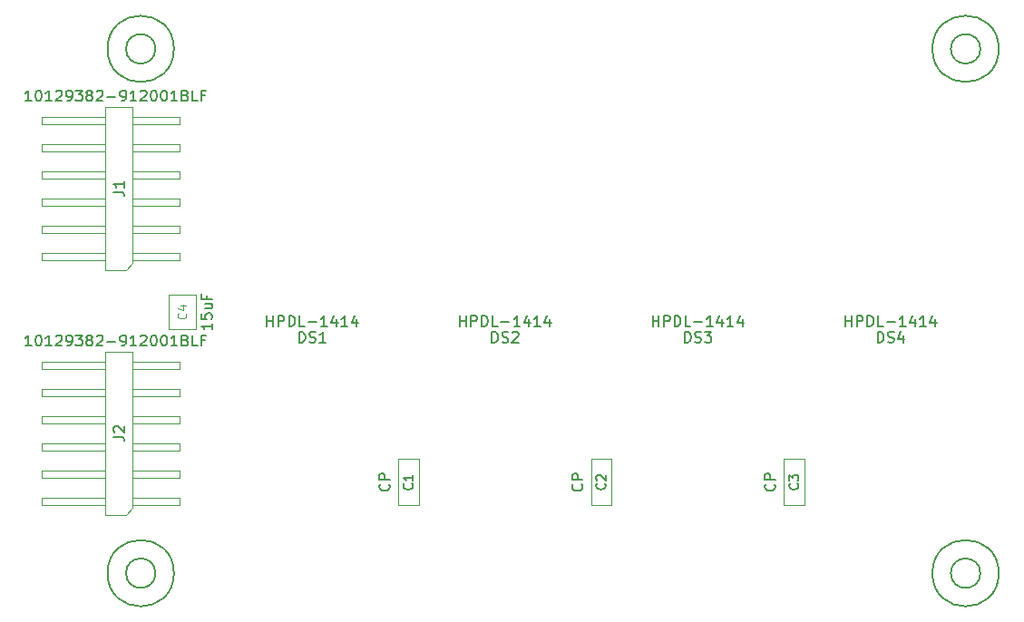
<source format=gbr>
G04 #@! TF.GenerationSoftware,KiCad,Pcbnew,7.0.9*
G04 #@! TF.CreationDate,2024-09-19T22:53:54+02:00*
G04 #@! TF.ProjectId,hpdl_1414_pmod,6870646c-5f31-4343-9134-5f706d6f642e,rev?*
G04 #@! TF.SameCoordinates,Original*
G04 #@! TF.FileFunction,AssemblyDrawing,Top*
%FSLAX46Y46*%
G04 Gerber Fmt 4.6, Leading zero omitted, Abs format (unit mm)*
G04 Created by KiCad (PCBNEW 7.0.9) date 2024-09-19 22:53:54*
%MOMM*%
%LPD*%
G01*
G04 APERTURE LIST*
%ADD10C,0.150000*%
%ADD11C,0.129000*%
%ADD12C,0.120000*%
%ADD13C,0.100000*%
G04 APERTURE END LIST*
D10*
X144659580Y-88190476D02*
X144707200Y-88238095D01*
X144707200Y-88238095D02*
X144754819Y-88380952D01*
X144754819Y-88380952D02*
X144754819Y-88476190D01*
X144754819Y-88476190D02*
X144707200Y-88619047D01*
X144707200Y-88619047D02*
X144611961Y-88714285D01*
X144611961Y-88714285D02*
X144516723Y-88761904D01*
X144516723Y-88761904D02*
X144326247Y-88809523D01*
X144326247Y-88809523D02*
X144183390Y-88809523D01*
X144183390Y-88809523D02*
X143992914Y-88761904D01*
X143992914Y-88761904D02*
X143897676Y-88714285D01*
X143897676Y-88714285D02*
X143802438Y-88619047D01*
X143802438Y-88619047D02*
X143754819Y-88476190D01*
X143754819Y-88476190D02*
X143754819Y-88380952D01*
X143754819Y-88380952D02*
X143802438Y-88238095D01*
X143802438Y-88238095D02*
X143850057Y-88190476D01*
X144754819Y-87761904D02*
X143754819Y-87761904D01*
X143754819Y-87761904D02*
X143754819Y-87380952D01*
X143754819Y-87380952D02*
X143802438Y-87285714D01*
X143802438Y-87285714D02*
X143850057Y-87238095D01*
X143850057Y-87238095D02*
X143945295Y-87190476D01*
X143945295Y-87190476D02*
X144088152Y-87190476D01*
X144088152Y-87190476D02*
X144183390Y-87238095D01*
X144183390Y-87238095D02*
X144231009Y-87285714D01*
X144231009Y-87285714D02*
X144278628Y-87380952D01*
X144278628Y-87380952D02*
X144278628Y-87761904D01*
D11*
X146809240Y-88143333D02*
X146850193Y-88184285D01*
X146850193Y-88184285D02*
X146891145Y-88307143D01*
X146891145Y-88307143D02*
X146891145Y-88389047D01*
X146891145Y-88389047D02*
X146850193Y-88511904D01*
X146850193Y-88511904D02*
X146768288Y-88593809D01*
X146768288Y-88593809D02*
X146686383Y-88634762D01*
X146686383Y-88634762D02*
X146522573Y-88675714D01*
X146522573Y-88675714D02*
X146399716Y-88675714D01*
X146399716Y-88675714D02*
X146235907Y-88634762D01*
X146235907Y-88634762D02*
X146154002Y-88593809D01*
X146154002Y-88593809D02*
X146072097Y-88511904D01*
X146072097Y-88511904D02*
X146031145Y-88389047D01*
X146031145Y-88389047D02*
X146031145Y-88307143D01*
X146031145Y-88307143D02*
X146072097Y-88184285D01*
X146072097Y-88184285D02*
X146113050Y-88143333D01*
X146113050Y-87815714D02*
X146072097Y-87774762D01*
X146072097Y-87774762D02*
X146031145Y-87692857D01*
X146031145Y-87692857D02*
X146031145Y-87488095D01*
X146031145Y-87488095D02*
X146072097Y-87406190D01*
X146072097Y-87406190D02*
X146113050Y-87365238D01*
X146113050Y-87365238D02*
X146194954Y-87324285D01*
X146194954Y-87324285D02*
X146276859Y-87324285D01*
X146276859Y-87324285D02*
X146399716Y-87365238D01*
X146399716Y-87365238D02*
X146891145Y-87856666D01*
X146891145Y-87856666D02*
X146891145Y-87324285D01*
D10*
X133285714Y-73454819D02*
X133285714Y-72454819D01*
X133285714Y-72931009D02*
X133857142Y-72931009D01*
X133857142Y-73454819D02*
X133857142Y-72454819D01*
X134333333Y-73454819D02*
X134333333Y-72454819D01*
X134333333Y-72454819D02*
X134714285Y-72454819D01*
X134714285Y-72454819D02*
X134809523Y-72502438D01*
X134809523Y-72502438D02*
X134857142Y-72550057D01*
X134857142Y-72550057D02*
X134904761Y-72645295D01*
X134904761Y-72645295D02*
X134904761Y-72788152D01*
X134904761Y-72788152D02*
X134857142Y-72883390D01*
X134857142Y-72883390D02*
X134809523Y-72931009D01*
X134809523Y-72931009D02*
X134714285Y-72978628D01*
X134714285Y-72978628D02*
X134333333Y-72978628D01*
X135333333Y-73454819D02*
X135333333Y-72454819D01*
X135333333Y-72454819D02*
X135571428Y-72454819D01*
X135571428Y-72454819D02*
X135714285Y-72502438D01*
X135714285Y-72502438D02*
X135809523Y-72597676D01*
X135809523Y-72597676D02*
X135857142Y-72692914D01*
X135857142Y-72692914D02*
X135904761Y-72883390D01*
X135904761Y-72883390D02*
X135904761Y-73026247D01*
X135904761Y-73026247D02*
X135857142Y-73216723D01*
X135857142Y-73216723D02*
X135809523Y-73311961D01*
X135809523Y-73311961D02*
X135714285Y-73407200D01*
X135714285Y-73407200D02*
X135571428Y-73454819D01*
X135571428Y-73454819D02*
X135333333Y-73454819D01*
X136809523Y-73454819D02*
X136333333Y-73454819D01*
X136333333Y-73454819D02*
X136333333Y-72454819D01*
X137142857Y-73073866D02*
X137904762Y-73073866D01*
X138904761Y-73454819D02*
X138333333Y-73454819D01*
X138619047Y-73454819D02*
X138619047Y-72454819D01*
X138619047Y-72454819D02*
X138523809Y-72597676D01*
X138523809Y-72597676D02*
X138428571Y-72692914D01*
X138428571Y-72692914D02*
X138333333Y-72740533D01*
X139761904Y-72788152D02*
X139761904Y-73454819D01*
X139523809Y-72407200D02*
X139285714Y-73121485D01*
X139285714Y-73121485D02*
X139904761Y-73121485D01*
X140809523Y-73454819D02*
X140238095Y-73454819D01*
X140523809Y-73454819D02*
X140523809Y-72454819D01*
X140523809Y-72454819D02*
X140428571Y-72597676D01*
X140428571Y-72597676D02*
X140333333Y-72692914D01*
X140333333Y-72692914D02*
X140238095Y-72740533D01*
X141666666Y-72788152D02*
X141666666Y-73454819D01*
X141428571Y-72407200D02*
X141190476Y-73121485D01*
X141190476Y-73121485D02*
X141809523Y-73121485D01*
X136285714Y-74954819D02*
X136285714Y-73954819D01*
X136285714Y-73954819D02*
X136523809Y-73954819D01*
X136523809Y-73954819D02*
X136666666Y-74002438D01*
X136666666Y-74002438D02*
X136761904Y-74097676D01*
X136761904Y-74097676D02*
X136809523Y-74192914D01*
X136809523Y-74192914D02*
X136857142Y-74383390D01*
X136857142Y-74383390D02*
X136857142Y-74526247D01*
X136857142Y-74526247D02*
X136809523Y-74716723D01*
X136809523Y-74716723D02*
X136761904Y-74811961D01*
X136761904Y-74811961D02*
X136666666Y-74907200D01*
X136666666Y-74907200D02*
X136523809Y-74954819D01*
X136523809Y-74954819D02*
X136285714Y-74954819D01*
X137238095Y-74907200D02*
X137380952Y-74954819D01*
X137380952Y-74954819D02*
X137619047Y-74954819D01*
X137619047Y-74954819D02*
X137714285Y-74907200D01*
X137714285Y-74907200D02*
X137761904Y-74859580D01*
X137761904Y-74859580D02*
X137809523Y-74764342D01*
X137809523Y-74764342D02*
X137809523Y-74669104D01*
X137809523Y-74669104D02*
X137761904Y-74573866D01*
X137761904Y-74573866D02*
X137714285Y-74526247D01*
X137714285Y-74526247D02*
X137619047Y-74478628D01*
X137619047Y-74478628D02*
X137428571Y-74431009D01*
X137428571Y-74431009D02*
X137333333Y-74383390D01*
X137333333Y-74383390D02*
X137285714Y-74335771D01*
X137285714Y-74335771D02*
X137238095Y-74240533D01*
X137238095Y-74240533D02*
X137238095Y-74145295D01*
X137238095Y-74145295D02*
X137285714Y-74050057D01*
X137285714Y-74050057D02*
X137333333Y-74002438D01*
X137333333Y-74002438D02*
X137428571Y-73954819D01*
X137428571Y-73954819D02*
X137666666Y-73954819D01*
X137666666Y-73954819D02*
X137809523Y-74002438D01*
X138190476Y-74050057D02*
X138238095Y-74002438D01*
X138238095Y-74002438D02*
X138333333Y-73954819D01*
X138333333Y-73954819D02*
X138571428Y-73954819D01*
X138571428Y-73954819D02*
X138666666Y-74002438D01*
X138666666Y-74002438D02*
X138714285Y-74050057D01*
X138714285Y-74050057D02*
X138761904Y-74145295D01*
X138761904Y-74145295D02*
X138761904Y-74240533D01*
X138761904Y-74240533D02*
X138714285Y-74383390D01*
X138714285Y-74383390D02*
X138142857Y-74954819D01*
X138142857Y-74954819D02*
X138761904Y-74954819D01*
X136285714Y-74954819D02*
X136285714Y-73954819D01*
X136285714Y-73954819D02*
X136523809Y-73954819D01*
X136523809Y-73954819D02*
X136666666Y-74002438D01*
X136666666Y-74002438D02*
X136761904Y-74097676D01*
X136761904Y-74097676D02*
X136809523Y-74192914D01*
X136809523Y-74192914D02*
X136857142Y-74383390D01*
X136857142Y-74383390D02*
X136857142Y-74526247D01*
X136857142Y-74526247D02*
X136809523Y-74716723D01*
X136809523Y-74716723D02*
X136761904Y-74811961D01*
X136761904Y-74811961D02*
X136666666Y-74907200D01*
X136666666Y-74907200D02*
X136523809Y-74954819D01*
X136523809Y-74954819D02*
X136285714Y-74954819D01*
X137238095Y-74907200D02*
X137380952Y-74954819D01*
X137380952Y-74954819D02*
X137619047Y-74954819D01*
X137619047Y-74954819D02*
X137714285Y-74907200D01*
X137714285Y-74907200D02*
X137761904Y-74859580D01*
X137761904Y-74859580D02*
X137809523Y-74764342D01*
X137809523Y-74764342D02*
X137809523Y-74669104D01*
X137809523Y-74669104D02*
X137761904Y-74573866D01*
X137761904Y-74573866D02*
X137714285Y-74526247D01*
X137714285Y-74526247D02*
X137619047Y-74478628D01*
X137619047Y-74478628D02*
X137428571Y-74431009D01*
X137428571Y-74431009D02*
X137333333Y-74383390D01*
X137333333Y-74383390D02*
X137285714Y-74335771D01*
X137285714Y-74335771D02*
X137238095Y-74240533D01*
X137238095Y-74240533D02*
X137238095Y-74145295D01*
X137238095Y-74145295D02*
X137285714Y-74050057D01*
X137285714Y-74050057D02*
X137333333Y-74002438D01*
X137333333Y-74002438D02*
X137428571Y-73954819D01*
X137428571Y-73954819D02*
X137666666Y-73954819D01*
X137666666Y-73954819D02*
X137809523Y-74002438D01*
X138190476Y-74050057D02*
X138238095Y-74002438D01*
X138238095Y-74002438D02*
X138333333Y-73954819D01*
X138333333Y-73954819D02*
X138571428Y-73954819D01*
X138571428Y-73954819D02*
X138666666Y-74002438D01*
X138666666Y-74002438D02*
X138714285Y-74050057D01*
X138714285Y-74050057D02*
X138761904Y-74145295D01*
X138761904Y-74145295D02*
X138761904Y-74240533D01*
X138761904Y-74240533D02*
X138714285Y-74383390D01*
X138714285Y-74383390D02*
X138142857Y-74954819D01*
X138142857Y-74954819D02*
X138761904Y-74954819D01*
X151285714Y-73454819D02*
X151285714Y-72454819D01*
X151285714Y-72931009D02*
X151857142Y-72931009D01*
X151857142Y-73454819D02*
X151857142Y-72454819D01*
X152333333Y-73454819D02*
X152333333Y-72454819D01*
X152333333Y-72454819D02*
X152714285Y-72454819D01*
X152714285Y-72454819D02*
X152809523Y-72502438D01*
X152809523Y-72502438D02*
X152857142Y-72550057D01*
X152857142Y-72550057D02*
X152904761Y-72645295D01*
X152904761Y-72645295D02*
X152904761Y-72788152D01*
X152904761Y-72788152D02*
X152857142Y-72883390D01*
X152857142Y-72883390D02*
X152809523Y-72931009D01*
X152809523Y-72931009D02*
X152714285Y-72978628D01*
X152714285Y-72978628D02*
X152333333Y-72978628D01*
X153333333Y-73454819D02*
X153333333Y-72454819D01*
X153333333Y-72454819D02*
X153571428Y-72454819D01*
X153571428Y-72454819D02*
X153714285Y-72502438D01*
X153714285Y-72502438D02*
X153809523Y-72597676D01*
X153809523Y-72597676D02*
X153857142Y-72692914D01*
X153857142Y-72692914D02*
X153904761Y-72883390D01*
X153904761Y-72883390D02*
X153904761Y-73026247D01*
X153904761Y-73026247D02*
X153857142Y-73216723D01*
X153857142Y-73216723D02*
X153809523Y-73311961D01*
X153809523Y-73311961D02*
X153714285Y-73407200D01*
X153714285Y-73407200D02*
X153571428Y-73454819D01*
X153571428Y-73454819D02*
X153333333Y-73454819D01*
X154809523Y-73454819D02*
X154333333Y-73454819D01*
X154333333Y-73454819D02*
X154333333Y-72454819D01*
X155142857Y-73073866D02*
X155904762Y-73073866D01*
X156904761Y-73454819D02*
X156333333Y-73454819D01*
X156619047Y-73454819D02*
X156619047Y-72454819D01*
X156619047Y-72454819D02*
X156523809Y-72597676D01*
X156523809Y-72597676D02*
X156428571Y-72692914D01*
X156428571Y-72692914D02*
X156333333Y-72740533D01*
X157761904Y-72788152D02*
X157761904Y-73454819D01*
X157523809Y-72407200D02*
X157285714Y-73121485D01*
X157285714Y-73121485D02*
X157904761Y-73121485D01*
X158809523Y-73454819D02*
X158238095Y-73454819D01*
X158523809Y-73454819D02*
X158523809Y-72454819D01*
X158523809Y-72454819D02*
X158428571Y-72597676D01*
X158428571Y-72597676D02*
X158333333Y-72692914D01*
X158333333Y-72692914D02*
X158238095Y-72740533D01*
X159666666Y-72788152D02*
X159666666Y-73454819D01*
X159428571Y-72407200D02*
X159190476Y-73121485D01*
X159190476Y-73121485D02*
X159809523Y-73121485D01*
X154285714Y-74954819D02*
X154285714Y-73954819D01*
X154285714Y-73954819D02*
X154523809Y-73954819D01*
X154523809Y-73954819D02*
X154666666Y-74002438D01*
X154666666Y-74002438D02*
X154761904Y-74097676D01*
X154761904Y-74097676D02*
X154809523Y-74192914D01*
X154809523Y-74192914D02*
X154857142Y-74383390D01*
X154857142Y-74383390D02*
X154857142Y-74526247D01*
X154857142Y-74526247D02*
X154809523Y-74716723D01*
X154809523Y-74716723D02*
X154761904Y-74811961D01*
X154761904Y-74811961D02*
X154666666Y-74907200D01*
X154666666Y-74907200D02*
X154523809Y-74954819D01*
X154523809Y-74954819D02*
X154285714Y-74954819D01*
X155238095Y-74907200D02*
X155380952Y-74954819D01*
X155380952Y-74954819D02*
X155619047Y-74954819D01*
X155619047Y-74954819D02*
X155714285Y-74907200D01*
X155714285Y-74907200D02*
X155761904Y-74859580D01*
X155761904Y-74859580D02*
X155809523Y-74764342D01*
X155809523Y-74764342D02*
X155809523Y-74669104D01*
X155809523Y-74669104D02*
X155761904Y-74573866D01*
X155761904Y-74573866D02*
X155714285Y-74526247D01*
X155714285Y-74526247D02*
X155619047Y-74478628D01*
X155619047Y-74478628D02*
X155428571Y-74431009D01*
X155428571Y-74431009D02*
X155333333Y-74383390D01*
X155333333Y-74383390D02*
X155285714Y-74335771D01*
X155285714Y-74335771D02*
X155238095Y-74240533D01*
X155238095Y-74240533D02*
X155238095Y-74145295D01*
X155238095Y-74145295D02*
X155285714Y-74050057D01*
X155285714Y-74050057D02*
X155333333Y-74002438D01*
X155333333Y-74002438D02*
X155428571Y-73954819D01*
X155428571Y-73954819D02*
X155666666Y-73954819D01*
X155666666Y-73954819D02*
X155809523Y-74002438D01*
X156142857Y-73954819D02*
X156761904Y-73954819D01*
X156761904Y-73954819D02*
X156428571Y-74335771D01*
X156428571Y-74335771D02*
X156571428Y-74335771D01*
X156571428Y-74335771D02*
X156666666Y-74383390D01*
X156666666Y-74383390D02*
X156714285Y-74431009D01*
X156714285Y-74431009D02*
X156761904Y-74526247D01*
X156761904Y-74526247D02*
X156761904Y-74764342D01*
X156761904Y-74764342D02*
X156714285Y-74859580D01*
X156714285Y-74859580D02*
X156666666Y-74907200D01*
X156666666Y-74907200D02*
X156571428Y-74954819D01*
X156571428Y-74954819D02*
X156285714Y-74954819D01*
X156285714Y-74954819D02*
X156190476Y-74907200D01*
X156190476Y-74907200D02*
X156142857Y-74859580D01*
X154285714Y-74954819D02*
X154285714Y-73954819D01*
X154285714Y-73954819D02*
X154523809Y-73954819D01*
X154523809Y-73954819D02*
X154666666Y-74002438D01*
X154666666Y-74002438D02*
X154761904Y-74097676D01*
X154761904Y-74097676D02*
X154809523Y-74192914D01*
X154809523Y-74192914D02*
X154857142Y-74383390D01*
X154857142Y-74383390D02*
X154857142Y-74526247D01*
X154857142Y-74526247D02*
X154809523Y-74716723D01*
X154809523Y-74716723D02*
X154761904Y-74811961D01*
X154761904Y-74811961D02*
X154666666Y-74907200D01*
X154666666Y-74907200D02*
X154523809Y-74954819D01*
X154523809Y-74954819D02*
X154285714Y-74954819D01*
X155238095Y-74907200D02*
X155380952Y-74954819D01*
X155380952Y-74954819D02*
X155619047Y-74954819D01*
X155619047Y-74954819D02*
X155714285Y-74907200D01*
X155714285Y-74907200D02*
X155761904Y-74859580D01*
X155761904Y-74859580D02*
X155809523Y-74764342D01*
X155809523Y-74764342D02*
X155809523Y-74669104D01*
X155809523Y-74669104D02*
X155761904Y-74573866D01*
X155761904Y-74573866D02*
X155714285Y-74526247D01*
X155714285Y-74526247D02*
X155619047Y-74478628D01*
X155619047Y-74478628D02*
X155428571Y-74431009D01*
X155428571Y-74431009D02*
X155333333Y-74383390D01*
X155333333Y-74383390D02*
X155285714Y-74335771D01*
X155285714Y-74335771D02*
X155238095Y-74240533D01*
X155238095Y-74240533D02*
X155238095Y-74145295D01*
X155238095Y-74145295D02*
X155285714Y-74050057D01*
X155285714Y-74050057D02*
X155333333Y-74002438D01*
X155333333Y-74002438D02*
X155428571Y-73954819D01*
X155428571Y-73954819D02*
X155666666Y-73954819D01*
X155666666Y-73954819D02*
X155809523Y-74002438D01*
X156142857Y-73954819D02*
X156761904Y-73954819D01*
X156761904Y-73954819D02*
X156428571Y-74335771D01*
X156428571Y-74335771D02*
X156571428Y-74335771D01*
X156571428Y-74335771D02*
X156666666Y-74383390D01*
X156666666Y-74383390D02*
X156714285Y-74431009D01*
X156714285Y-74431009D02*
X156761904Y-74526247D01*
X156761904Y-74526247D02*
X156761904Y-74764342D01*
X156761904Y-74764342D02*
X156714285Y-74859580D01*
X156714285Y-74859580D02*
X156666666Y-74907200D01*
X156666666Y-74907200D02*
X156571428Y-74954819D01*
X156571428Y-74954819D02*
X156285714Y-74954819D01*
X156285714Y-74954819D02*
X156190476Y-74907200D01*
X156190476Y-74907200D02*
X156142857Y-74859580D01*
X115285714Y-73454819D02*
X115285714Y-72454819D01*
X115285714Y-72931009D02*
X115857142Y-72931009D01*
X115857142Y-73454819D02*
X115857142Y-72454819D01*
X116333333Y-73454819D02*
X116333333Y-72454819D01*
X116333333Y-72454819D02*
X116714285Y-72454819D01*
X116714285Y-72454819D02*
X116809523Y-72502438D01*
X116809523Y-72502438D02*
X116857142Y-72550057D01*
X116857142Y-72550057D02*
X116904761Y-72645295D01*
X116904761Y-72645295D02*
X116904761Y-72788152D01*
X116904761Y-72788152D02*
X116857142Y-72883390D01*
X116857142Y-72883390D02*
X116809523Y-72931009D01*
X116809523Y-72931009D02*
X116714285Y-72978628D01*
X116714285Y-72978628D02*
X116333333Y-72978628D01*
X117333333Y-73454819D02*
X117333333Y-72454819D01*
X117333333Y-72454819D02*
X117571428Y-72454819D01*
X117571428Y-72454819D02*
X117714285Y-72502438D01*
X117714285Y-72502438D02*
X117809523Y-72597676D01*
X117809523Y-72597676D02*
X117857142Y-72692914D01*
X117857142Y-72692914D02*
X117904761Y-72883390D01*
X117904761Y-72883390D02*
X117904761Y-73026247D01*
X117904761Y-73026247D02*
X117857142Y-73216723D01*
X117857142Y-73216723D02*
X117809523Y-73311961D01*
X117809523Y-73311961D02*
X117714285Y-73407200D01*
X117714285Y-73407200D02*
X117571428Y-73454819D01*
X117571428Y-73454819D02*
X117333333Y-73454819D01*
X118809523Y-73454819D02*
X118333333Y-73454819D01*
X118333333Y-73454819D02*
X118333333Y-72454819D01*
X119142857Y-73073866D02*
X119904762Y-73073866D01*
X120904761Y-73454819D02*
X120333333Y-73454819D01*
X120619047Y-73454819D02*
X120619047Y-72454819D01*
X120619047Y-72454819D02*
X120523809Y-72597676D01*
X120523809Y-72597676D02*
X120428571Y-72692914D01*
X120428571Y-72692914D02*
X120333333Y-72740533D01*
X121761904Y-72788152D02*
X121761904Y-73454819D01*
X121523809Y-72407200D02*
X121285714Y-73121485D01*
X121285714Y-73121485D02*
X121904761Y-73121485D01*
X122809523Y-73454819D02*
X122238095Y-73454819D01*
X122523809Y-73454819D02*
X122523809Y-72454819D01*
X122523809Y-72454819D02*
X122428571Y-72597676D01*
X122428571Y-72597676D02*
X122333333Y-72692914D01*
X122333333Y-72692914D02*
X122238095Y-72740533D01*
X123666666Y-72788152D02*
X123666666Y-73454819D01*
X123428571Y-72407200D02*
X123190476Y-73121485D01*
X123190476Y-73121485D02*
X123809523Y-73121485D01*
X118285714Y-74954819D02*
X118285714Y-73954819D01*
X118285714Y-73954819D02*
X118523809Y-73954819D01*
X118523809Y-73954819D02*
X118666666Y-74002438D01*
X118666666Y-74002438D02*
X118761904Y-74097676D01*
X118761904Y-74097676D02*
X118809523Y-74192914D01*
X118809523Y-74192914D02*
X118857142Y-74383390D01*
X118857142Y-74383390D02*
X118857142Y-74526247D01*
X118857142Y-74526247D02*
X118809523Y-74716723D01*
X118809523Y-74716723D02*
X118761904Y-74811961D01*
X118761904Y-74811961D02*
X118666666Y-74907200D01*
X118666666Y-74907200D02*
X118523809Y-74954819D01*
X118523809Y-74954819D02*
X118285714Y-74954819D01*
X119238095Y-74907200D02*
X119380952Y-74954819D01*
X119380952Y-74954819D02*
X119619047Y-74954819D01*
X119619047Y-74954819D02*
X119714285Y-74907200D01*
X119714285Y-74907200D02*
X119761904Y-74859580D01*
X119761904Y-74859580D02*
X119809523Y-74764342D01*
X119809523Y-74764342D02*
X119809523Y-74669104D01*
X119809523Y-74669104D02*
X119761904Y-74573866D01*
X119761904Y-74573866D02*
X119714285Y-74526247D01*
X119714285Y-74526247D02*
X119619047Y-74478628D01*
X119619047Y-74478628D02*
X119428571Y-74431009D01*
X119428571Y-74431009D02*
X119333333Y-74383390D01*
X119333333Y-74383390D02*
X119285714Y-74335771D01*
X119285714Y-74335771D02*
X119238095Y-74240533D01*
X119238095Y-74240533D02*
X119238095Y-74145295D01*
X119238095Y-74145295D02*
X119285714Y-74050057D01*
X119285714Y-74050057D02*
X119333333Y-74002438D01*
X119333333Y-74002438D02*
X119428571Y-73954819D01*
X119428571Y-73954819D02*
X119666666Y-73954819D01*
X119666666Y-73954819D02*
X119809523Y-74002438D01*
X120761904Y-74954819D02*
X120190476Y-74954819D01*
X120476190Y-74954819D02*
X120476190Y-73954819D01*
X120476190Y-73954819D02*
X120380952Y-74097676D01*
X120380952Y-74097676D02*
X120285714Y-74192914D01*
X120285714Y-74192914D02*
X120190476Y-74240533D01*
X118285714Y-74954819D02*
X118285714Y-73954819D01*
X118285714Y-73954819D02*
X118523809Y-73954819D01*
X118523809Y-73954819D02*
X118666666Y-74002438D01*
X118666666Y-74002438D02*
X118761904Y-74097676D01*
X118761904Y-74097676D02*
X118809523Y-74192914D01*
X118809523Y-74192914D02*
X118857142Y-74383390D01*
X118857142Y-74383390D02*
X118857142Y-74526247D01*
X118857142Y-74526247D02*
X118809523Y-74716723D01*
X118809523Y-74716723D02*
X118761904Y-74811961D01*
X118761904Y-74811961D02*
X118666666Y-74907200D01*
X118666666Y-74907200D02*
X118523809Y-74954819D01*
X118523809Y-74954819D02*
X118285714Y-74954819D01*
X119238095Y-74907200D02*
X119380952Y-74954819D01*
X119380952Y-74954819D02*
X119619047Y-74954819D01*
X119619047Y-74954819D02*
X119714285Y-74907200D01*
X119714285Y-74907200D02*
X119761904Y-74859580D01*
X119761904Y-74859580D02*
X119809523Y-74764342D01*
X119809523Y-74764342D02*
X119809523Y-74669104D01*
X119809523Y-74669104D02*
X119761904Y-74573866D01*
X119761904Y-74573866D02*
X119714285Y-74526247D01*
X119714285Y-74526247D02*
X119619047Y-74478628D01*
X119619047Y-74478628D02*
X119428571Y-74431009D01*
X119428571Y-74431009D02*
X119333333Y-74383390D01*
X119333333Y-74383390D02*
X119285714Y-74335771D01*
X119285714Y-74335771D02*
X119238095Y-74240533D01*
X119238095Y-74240533D02*
X119238095Y-74145295D01*
X119238095Y-74145295D02*
X119285714Y-74050057D01*
X119285714Y-74050057D02*
X119333333Y-74002438D01*
X119333333Y-74002438D02*
X119428571Y-73954819D01*
X119428571Y-73954819D02*
X119666666Y-73954819D01*
X119666666Y-73954819D02*
X119809523Y-74002438D01*
X120761904Y-74954819D02*
X120190476Y-74954819D01*
X120476190Y-74954819D02*
X120476190Y-73954819D01*
X120476190Y-73954819D02*
X120380952Y-74097676D01*
X120380952Y-74097676D02*
X120285714Y-74192914D01*
X120285714Y-74192914D02*
X120190476Y-74240533D01*
X169285714Y-73454819D02*
X169285714Y-72454819D01*
X169285714Y-72931009D02*
X169857142Y-72931009D01*
X169857142Y-73454819D02*
X169857142Y-72454819D01*
X170333333Y-73454819D02*
X170333333Y-72454819D01*
X170333333Y-72454819D02*
X170714285Y-72454819D01*
X170714285Y-72454819D02*
X170809523Y-72502438D01*
X170809523Y-72502438D02*
X170857142Y-72550057D01*
X170857142Y-72550057D02*
X170904761Y-72645295D01*
X170904761Y-72645295D02*
X170904761Y-72788152D01*
X170904761Y-72788152D02*
X170857142Y-72883390D01*
X170857142Y-72883390D02*
X170809523Y-72931009D01*
X170809523Y-72931009D02*
X170714285Y-72978628D01*
X170714285Y-72978628D02*
X170333333Y-72978628D01*
X171333333Y-73454819D02*
X171333333Y-72454819D01*
X171333333Y-72454819D02*
X171571428Y-72454819D01*
X171571428Y-72454819D02*
X171714285Y-72502438D01*
X171714285Y-72502438D02*
X171809523Y-72597676D01*
X171809523Y-72597676D02*
X171857142Y-72692914D01*
X171857142Y-72692914D02*
X171904761Y-72883390D01*
X171904761Y-72883390D02*
X171904761Y-73026247D01*
X171904761Y-73026247D02*
X171857142Y-73216723D01*
X171857142Y-73216723D02*
X171809523Y-73311961D01*
X171809523Y-73311961D02*
X171714285Y-73407200D01*
X171714285Y-73407200D02*
X171571428Y-73454819D01*
X171571428Y-73454819D02*
X171333333Y-73454819D01*
X172809523Y-73454819D02*
X172333333Y-73454819D01*
X172333333Y-73454819D02*
X172333333Y-72454819D01*
X173142857Y-73073866D02*
X173904762Y-73073866D01*
X174904761Y-73454819D02*
X174333333Y-73454819D01*
X174619047Y-73454819D02*
X174619047Y-72454819D01*
X174619047Y-72454819D02*
X174523809Y-72597676D01*
X174523809Y-72597676D02*
X174428571Y-72692914D01*
X174428571Y-72692914D02*
X174333333Y-72740533D01*
X175761904Y-72788152D02*
X175761904Y-73454819D01*
X175523809Y-72407200D02*
X175285714Y-73121485D01*
X175285714Y-73121485D02*
X175904761Y-73121485D01*
X176809523Y-73454819D02*
X176238095Y-73454819D01*
X176523809Y-73454819D02*
X176523809Y-72454819D01*
X176523809Y-72454819D02*
X176428571Y-72597676D01*
X176428571Y-72597676D02*
X176333333Y-72692914D01*
X176333333Y-72692914D02*
X176238095Y-72740533D01*
X177666666Y-72788152D02*
X177666666Y-73454819D01*
X177428571Y-72407200D02*
X177190476Y-73121485D01*
X177190476Y-73121485D02*
X177809523Y-73121485D01*
X172285714Y-74954819D02*
X172285714Y-73954819D01*
X172285714Y-73954819D02*
X172523809Y-73954819D01*
X172523809Y-73954819D02*
X172666666Y-74002438D01*
X172666666Y-74002438D02*
X172761904Y-74097676D01*
X172761904Y-74097676D02*
X172809523Y-74192914D01*
X172809523Y-74192914D02*
X172857142Y-74383390D01*
X172857142Y-74383390D02*
X172857142Y-74526247D01*
X172857142Y-74526247D02*
X172809523Y-74716723D01*
X172809523Y-74716723D02*
X172761904Y-74811961D01*
X172761904Y-74811961D02*
X172666666Y-74907200D01*
X172666666Y-74907200D02*
X172523809Y-74954819D01*
X172523809Y-74954819D02*
X172285714Y-74954819D01*
X173238095Y-74907200D02*
X173380952Y-74954819D01*
X173380952Y-74954819D02*
X173619047Y-74954819D01*
X173619047Y-74954819D02*
X173714285Y-74907200D01*
X173714285Y-74907200D02*
X173761904Y-74859580D01*
X173761904Y-74859580D02*
X173809523Y-74764342D01*
X173809523Y-74764342D02*
X173809523Y-74669104D01*
X173809523Y-74669104D02*
X173761904Y-74573866D01*
X173761904Y-74573866D02*
X173714285Y-74526247D01*
X173714285Y-74526247D02*
X173619047Y-74478628D01*
X173619047Y-74478628D02*
X173428571Y-74431009D01*
X173428571Y-74431009D02*
X173333333Y-74383390D01*
X173333333Y-74383390D02*
X173285714Y-74335771D01*
X173285714Y-74335771D02*
X173238095Y-74240533D01*
X173238095Y-74240533D02*
X173238095Y-74145295D01*
X173238095Y-74145295D02*
X173285714Y-74050057D01*
X173285714Y-74050057D02*
X173333333Y-74002438D01*
X173333333Y-74002438D02*
X173428571Y-73954819D01*
X173428571Y-73954819D02*
X173666666Y-73954819D01*
X173666666Y-73954819D02*
X173809523Y-74002438D01*
X174666666Y-74288152D02*
X174666666Y-74954819D01*
X174428571Y-73907200D02*
X174190476Y-74621485D01*
X174190476Y-74621485D02*
X174809523Y-74621485D01*
X172285714Y-74954819D02*
X172285714Y-73954819D01*
X172285714Y-73954819D02*
X172523809Y-73954819D01*
X172523809Y-73954819D02*
X172666666Y-74002438D01*
X172666666Y-74002438D02*
X172761904Y-74097676D01*
X172761904Y-74097676D02*
X172809523Y-74192914D01*
X172809523Y-74192914D02*
X172857142Y-74383390D01*
X172857142Y-74383390D02*
X172857142Y-74526247D01*
X172857142Y-74526247D02*
X172809523Y-74716723D01*
X172809523Y-74716723D02*
X172761904Y-74811961D01*
X172761904Y-74811961D02*
X172666666Y-74907200D01*
X172666666Y-74907200D02*
X172523809Y-74954819D01*
X172523809Y-74954819D02*
X172285714Y-74954819D01*
X173238095Y-74907200D02*
X173380952Y-74954819D01*
X173380952Y-74954819D02*
X173619047Y-74954819D01*
X173619047Y-74954819D02*
X173714285Y-74907200D01*
X173714285Y-74907200D02*
X173761904Y-74859580D01*
X173761904Y-74859580D02*
X173809523Y-74764342D01*
X173809523Y-74764342D02*
X173809523Y-74669104D01*
X173809523Y-74669104D02*
X173761904Y-74573866D01*
X173761904Y-74573866D02*
X173714285Y-74526247D01*
X173714285Y-74526247D02*
X173619047Y-74478628D01*
X173619047Y-74478628D02*
X173428571Y-74431009D01*
X173428571Y-74431009D02*
X173333333Y-74383390D01*
X173333333Y-74383390D02*
X173285714Y-74335771D01*
X173285714Y-74335771D02*
X173238095Y-74240533D01*
X173238095Y-74240533D02*
X173238095Y-74145295D01*
X173238095Y-74145295D02*
X173285714Y-74050057D01*
X173285714Y-74050057D02*
X173333333Y-74002438D01*
X173333333Y-74002438D02*
X173428571Y-73954819D01*
X173428571Y-73954819D02*
X173666666Y-73954819D01*
X173666666Y-73954819D02*
X173809523Y-74002438D01*
X174666666Y-74288152D02*
X174666666Y-74954819D01*
X174428571Y-73907200D02*
X174190476Y-74621485D01*
X174190476Y-74621485D02*
X174809523Y-74621485D01*
X93287856Y-75264819D02*
X92716428Y-75264819D01*
X93002142Y-75264819D02*
X93002142Y-74264819D01*
X93002142Y-74264819D02*
X92906904Y-74407676D01*
X92906904Y-74407676D02*
X92811666Y-74502914D01*
X92811666Y-74502914D02*
X92716428Y-74550533D01*
X93906904Y-74264819D02*
X94002142Y-74264819D01*
X94002142Y-74264819D02*
X94097380Y-74312438D01*
X94097380Y-74312438D02*
X94144999Y-74360057D01*
X94144999Y-74360057D02*
X94192618Y-74455295D01*
X94192618Y-74455295D02*
X94240237Y-74645771D01*
X94240237Y-74645771D02*
X94240237Y-74883866D01*
X94240237Y-74883866D02*
X94192618Y-75074342D01*
X94192618Y-75074342D02*
X94144999Y-75169580D01*
X94144999Y-75169580D02*
X94097380Y-75217200D01*
X94097380Y-75217200D02*
X94002142Y-75264819D01*
X94002142Y-75264819D02*
X93906904Y-75264819D01*
X93906904Y-75264819D02*
X93811666Y-75217200D01*
X93811666Y-75217200D02*
X93764047Y-75169580D01*
X93764047Y-75169580D02*
X93716428Y-75074342D01*
X93716428Y-75074342D02*
X93668809Y-74883866D01*
X93668809Y-74883866D02*
X93668809Y-74645771D01*
X93668809Y-74645771D02*
X93716428Y-74455295D01*
X93716428Y-74455295D02*
X93764047Y-74360057D01*
X93764047Y-74360057D02*
X93811666Y-74312438D01*
X93811666Y-74312438D02*
X93906904Y-74264819D01*
X95192618Y-75264819D02*
X94621190Y-75264819D01*
X94906904Y-75264819D02*
X94906904Y-74264819D01*
X94906904Y-74264819D02*
X94811666Y-74407676D01*
X94811666Y-74407676D02*
X94716428Y-74502914D01*
X94716428Y-74502914D02*
X94621190Y-74550533D01*
X95573571Y-74360057D02*
X95621190Y-74312438D01*
X95621190Y-74312438D02*
X95716428Y-74264819D01*
X95716428Y-74264819D02*
X95954523Y-74264819D01*
X95954523Y-74264819D02*
X96049761Y-74312438D01*
X96049761Y-74312438D02*
X96097380Y-74360057D01*
X96097380Y-74360057D02*
X96144999Y-74455295D01*
X96144999Y-74455295D02*
X96144999Y-74550533D01*
X96144999Y-74550533D02*
X96097380Y-74693390D01*
X96097380Y-74693390D02*
X95525952Y-75264819D01*
X95525952Y-75264819D02*
X96144999Y-75264819D01*
X96621190Y-75264819D02*
X96811666Y-75264819D01*
X96811666Y-75264819D02*
X96906904Y-75217200D01*
X96906904Y-75217200D02*
X96954523Y-75169580D01*
X96954523Y-75169580D02*
X97049761Y-75026723D01*
X97049761Y-75026723D02*
X97097380Y-74836247D01*
X97097380Y-74836247D02*
X97097380Y-74455295D01*
X97097380Y-74455295D02*
X97049761Y-74360057D01*
X97049761Y-74360057D02*
X97002142Y-74312438D01*
X97002142Y-74312438D02*
X96906904Y-74264819D01*
X96906904Y-74264819D02*
X96716428Y-74264819D01*
X96716428Y-74264819D02*
X96621190Y-74312438D01*
X96621190Y-74312438D02*
X96573571Y-74360057D01*
X96573571Y-74360057D02*
X96525952Y-74455295D01*
X96525952Y-74455295D02*
X96525952Y-74693390D01*
X96525952Y-74693390D02*
X96573571Y-74788628D01*
X96573571Y-74788628D02*
X96621190Y-74836247D01*
X96621190Y-74836247D02*
X96716428Y-74883866D01*
X96716428Y-74883866D02*
X96906904Y-74883866D01*
X96906904Y-74883866D02*
X97002142Y-74836247D01*
X97002142Y-74836247D02*
X97049761Y-74788628D01*
X97049761Y-74788628D02*
X97097380Y-74693390D01*
X97430714Y-74264819D02*
X98049761Y-74264819D01*
X98049761Y-74264819D02*
X97716428Y-74645771D01*
X97716428Y-74645771D02*
X97859285Y-74645771D01*
X97859285Y-74645771D02*
X97954523Y-74693390D01*
X97954523Y-74693390D02*
X98002142Y-74741009D01*
X98002142Y-74741009D02*
X98049761Y-74836247D01*
X98049761Y-74836247D02*
X98049761Y-75074342D01*
X98049761Y-75074342D02*
X98002142Y-75169580D01*
X98002142Y-75169580D02*
X97954523Y-75217200D01*
X97954523Y-75217200D02*
X97859285Y-75264819D01*
X97859285Y-75264819D02*
X97573571Y-75264819D01*
X97573571Y-75264819D02*
X97478333Y-75217200D01*
X97478333Y-75217200D02*
X97430714Y-75169580D01*
X98621190Y-74693390D02*
X98525952Y-74645771D01*
X98525952Y-74645771D02*
X98478333Y-74598152D01*
X98478333Y-74598152D02*
X98430714Y-74502914D01*
X98430714Y-74502914D02*
X98430714Y-74455295D01*
X98430714Y-74455295D02*
X98478333Y-74360057D01*
X98478333Y-74360057D02*
X98525952Y-74312438D01*
X98525952Y-74312438D02*
X98621190Y-74264819D01*
X98621190Y-74264819D02*
X98811666Y-74264819D01*
X98811666Y-74264819D02*
X98906904Y-74312438D01*
X98906904Y-74312438D02*
X98954523Y-74360057D01*
X98954523Y-74360057D02*
X99002142Y-74455295D01*
X99002142Y-74455295D02*
X99002142Y-74502914D01*
X99002142Y-74502914D02*
X98954523Y-74598152D01*
X98954523Y-74598152D02*
X98906904Y-74645771D01*
X98906904Y-74645771D02*
X98811666Y-74693390D01*
X98811666Y-74693390D02*
X98621190Y-74693390D01*
X98621190Y-74693390D02*
X98525952Y-74741009D01*
X98525952Y-74741009D02*
X98478333Y-74788628D01*
X98478333Y-74788628D02*
X98430714Y-74883866D01*
X98430714Y-74883866D02*
X98430714Y-75074342D01*
X98430714Y-75074342D02*
X98478333Y-75169580D01*
X98478333Y-75169580D02*
X98525952Y-75217200D01*
X98525952Y-75217200D02*
X98621190Y-75264819D01*
X98621190Y-75264819D02*
X98811666Y-75264819D01*
X98811666Y-75264819D02*
X98906904Y-75217200D01*
X98906904Y-75217200D02*
X98954523Y-75169580D01*
X98954523Y-75169580D02*
X99002142Y-75074342D01*
X99002142Y-75074342D02*
X99002142Y-74883866D01*
X99002142Y-74883866D02*
X98954523Y-74788628D01*
X98954523Y-74788628D02*
X98906904Y-74741009D01*
X98906904Y-74741009D02*
X98811666Y-74693390D01*
X99383095Y-74360057D02*
X99430714Y-74312438D01*
X99430714Y-74312438D02*
X99525952Y-74264819D01*
X99525952Y-74264819D02*
X99764047Y-74264819D01*
X99764047Y-74264819D02*
X99859285Y-74312438D01*
X99859285Y-74312438D02*
X99906904Y-74360057D01*
X99906904Y-74360057D02*
X99954523Y-74455295D01*
X99954523Y-74455295D02*
X99954523Y-74550533D01*
X99954523Y-74550533D02*
X99906904Y-74693390D01*
X99906904Y-74693390D02*
X99335476Y-75264819D01*
X99335476Y-75264819D02*
X99954523Y-75264819D01*
X100383095Y-74883866D02*
X101145000Y-74883866D01*
X101668809Y-75264819D02*
X101859285Y-75264819D01*
X101859285Y-75264819D02*
X101954523Y-75217200D01*
X101954523Y-75217200D02*
X102002142Y-75169580D01*
X102002142Y-75169580D02*
X102097380Y-75026723D01*
X102097380Y-75026723D02*
X102144999Y-74836247D01*
X102144999Y-74836247D02*
X102144999Y-74455295D01*
X102144999Y-74455295D02*
X102097380Y-74360057D01*
X102097380Y-74360057D02*
X102049761Y-74312438D01*
X102049761Y-74312438D02*
X101954523Y-74264819D01*
X101954523Y-74264819D02*
X101764047Y-74264819D01*
X101764047Y-74264819D02*
X101668809Y-74312438D01*
X101668809Y-74312438D02*
X101621190Y-74360057D01*
X101621190Y-74360057D02*
X101573571Y-74455295D01*
X101573571Y-74455295D02*
X101573571Y-74693390D01*
X101573571Y-74693390D02*
X101621190Y-74788628D01*
X101621190Y-74788628D02*
X101668809Y-74836247D01*
X101668809Y-74836247D02*
X101764047Y-74883866D01*
X101764047Y-74883866D02*
X101954523Y-74883866D01*
X101954523Y-74883866D02*
X102049761Y-74836247D01*
X102049761Y-74836247D02*
X102097380Y-74788628D01*
X102097380Y-74788628D02*
X102144999Y-74693390D01*
X103097380Y-75264819D02*
X102525952Y-75264819D01*
X102811666Y-75264819D02*
X102811666Y-74264819D01*
X102811666Y-74264819D02*
X102716428Y-74407676D01*
X102716428Y-74407676D02*
X102621190Y-74502914D01*
X102621190Y-74502914D02*
X102525952Y-74550533D01*
X103478333Y-74360057D02*
X103525952Y-74312438D01*
X103525952Y-74312438D02*
X103621190Y-74264819D01*
X103621190Y-74264819D02*
X103859285Y-74264819D01*
X103859285Y-74264819D02*
X103954523Y-74312438D01*
X103954523Y-74312438D02*
X104002142Y-74360057D01*
X104002142Y-74360057D02*
X104049761Y-74455295D01*
X104049761Y-74455295D02*
X104049761Y-74550533D01*
X104049761Y-74550533D02*
X104002142Y-74693390D01*
X104002142Y-74693390D02*
X103430714Y-75264819D01*
X103430714Y-75264819D02*
X104049761Y-75264819D01*
X104668809Y-74264819D02*
X104764047Y-74264819D01*
X104764047Y-74264819D02*
X104859285Y-74312438D01*
X104859285Y-74312438D02*
X104906904Y-74360057D01*
X104906904Y-74360057D02*
X104954523Y-74455295D01*
X104954523Y-74455295D02*
X105002142Y-74645771D01*
X105002142Y-74645771D02*
X105002142Y-74883866D01*
X105002142Y-74883866D02*
X104954523Y-75074342D01*
X104954523Y-75074342D02*
X104906904Y-75169580D01*
X104906904Y-75169580D02*
X104859285Y-75217200D01*
X104859285Y-75217200D02*
X104764047Y-75264819D01*
X104764047Y-75264819D02*
X104668809Y-75264819D01*
X104668809Y-75264819D02*
X104573571Y-75217200D01*
X104573571Y-75217200D02*
X104525952Y-75169580D01*
X104525952Y-75169580D02*
X104478333Y-75074342D01*
X104478333Y-75074342D02*
X104430714Y-74883866D01*
X104430714Y-74883866D02*
X104430714Y-74645771D01*
X104430714Y-74645771D02*
X104478333Y-74455295D01*
X104478333Y-74455295D02*
X104525952Y-74360057D01*
X104525952Y-74360057D02*
X104573571Y-74312438D01*
X104573571Y-74312438D02*
X104668809Y-74264819D01*
X105621190Y-74264819D02*
X105716428Y-74264819D01*
X105716428Y-74264819D02*
X105811666Y-74312438D01*
X105811666Y-74312438D02*
X105859285Y-74360057D01*
X105859285Y-74360057D02*
X105906904Y-74455295D01*
X105906904Y-74455295D02*
X105954523Y-74645771D01*
X105954523Y-74645771D02*
X105954523Y-74883866D01*
X105954523Y-74883866D02*
X105906904Y-75074342D01*
X105906904Y-75074342D02*
X105859285Y-75169580D01*
X105859285Y-75169580D02*
X105811666Y-75217200D01*
X105811666Y-75217200D02*
X105716428Y-75264819D01*
X105716428Y-75264819D02*
X105621190Y-75264819D01*
X105621190Y-75264819D02*
X105525952Y-75217200D01*
X105525952Y-75217200D02*
X105478333Y-75169580D01*
X105478333Y-75169580D02*
X105430714Y-75074342D01*
X105430714Y-75074342D02*
X105383095Y-74883866D01*
X105383095Y-74883866D02*
X105383095Y-74645771D01*
X105383095Y-74645771D02*
X105430714Y-74455295D01*
X105430714Y-74455295D02*
X105478333Y-74360057D01*
X105478333Y-74360057D02*
X105525952Y-74312438D01*
X105525952Y-74312438D02*
X105621190Y-74264819D01*
X106906904Y-75264819D02*
X106335476Y-75264819D01*
X106621190Y-75264819D02*
X106621190Y-74264819D01*
X106621190Y-74264819D02*
X106525952Y-74407676D01*
X106525952Y-74407676D02*
X106430714Y-74502914D01*
X106430714Y-74502914D02*
X106335476Y-74550533D01*
X107668809Y-74741009D02*
X107811666Y-74788628D01*
X107811666Y-74788628D02*
X107859285Y-74836247D01*
X107859285Y-74836247D02*
X107906904Y-74931485D01*
X107906904Y-74931485D02*
X107906904Y-75074342D01*
X107906904Y-75074342D02*
X107859285Y-75169580D01*
X107859285Y-75169580D02*
X107811666Y-75217200D01*
X107811666Y-75217200D02*
X107716428Y-75264819D01*
X107716428Y-75264819D02*
X107335476Y-75264819D01*
X107335476Y-75264819D02*
X107335476Y-74264819D01*
X107335476Y-74264819D02*
X107668809Y-74264819D01*
X107668809Y-74264819D02*
X107764047Y-74312438D01*
X107764047Y-74312438D02*
X107811666Y-74360057D01*
X107811666Y-74360057D02*
X107859285Y-74455295D01*
X107859285Y-74455295D02*
X107859285Y-74550533D01*
X107859285Y-74550533D02*
X107811666Y-74645771D01*
X107811666Y-74645771D02*
X107764047Y-74693390D01*
X107764047Y-74693390D02*
X107668809Y-74741009D01*
X107668809Y-74741009D02*
X107335476Y-74741009D01*
X108811666Y-75264819D02*
X108335476Y-75264819D01*
X108335476Y-75264819D02*
X108335476Y-74264819D01*
X109478333Y-74741009D02*
X109145000Y-74741009D01*
X109145000Y-75264819D02*
X109145000Y-74264819D01*
X109145000Y-74264819D02*
X109621190Y-74264819D01*
X100944819Y-83763333D02*
X101659104Y-83763333D01*
X101659104Y-83763333D02*
X101801961Y-83810952D01*
X101801961Y-83810952D02*
X101897200Y-83906190D01*
X101897200Y-83906190D02*
X101944819Y-84049047D01*
X101944819Y-84049047D02*
X101944819Y-84144285D01*
X101040057Y-83334761D02*
X100992438Y-83287142D01*
X100992438Y-83287142D02*
X100944819Y-83191904D01*
X100944819Y-83191904D02*
X100944819Y-82953809D01*
X100944819Y-82953809D02*
X100992438Y-82858571D01*
X100992438Y-82858571D02*
X101040057Y-82810952D01*
X101040057Y-82810952D02*
X101135295Y-82763333D01*
X101135295Y-82763333D02*
X101230533Y-82763333D01*
X101230533Y-82763333D02*
X101373390Y-82810952D01*
X101373390Y-82810952D02*
X101944819Y-83382380D01*
X101944819Y-83382380D02*
X101944819Y-82763333D01*
X162659580Y-88190476D02*
X162707200Y-88238095D01*
X162707200Y-88238095D02*
X162754819Y-88380952D01*
X162754819Y-88380952D02*
X162754819Y-88476190D01*
X162754819Y-88476190D02*
X162707200Y-88619047D01*
X162707200Y-88619047D02*
X162611961Y-88714285D01*
X162611961Y-88714285D02*
X162516723Y-88761904D01*
X162516723Y-88761904D02*
X162326247Y-88809523D01*
X162326247Y-88809523D02*
X162183390Y-88809523D01*
X162183390Y-88809523D02*
X161992914Y-88761904D01*
X161992914Y-88761904D02*
X161897676Y-88714285D01*
X161897676Y-88714285D02*
X161802438Y-88619047D01*
X161802438Y-88619047D02*
X161754819Y-88476190D01*
X161754819Y-88476190D02*
X161754819Y-88380952D01*
X161754819Y-88380952D02*
X161802438Y-88238095D01*
X161802438Y-88238095D02*
X161850057Y-88190476D01*
X162754819Y-87761904D02*
X161754819Y-87761904D01*
X161754819Y-87761904D02*
X161754819Y-87380952D01*
X161754819Y-87380952D02*
X161802438Y-87285714D01*
X161802438Y-87285714D02*
X161850057Y-87238095D01*
X161850057Y-87238095D02*
X161945295Y-87190476D01*
X161945295Y-87190476D02*
X162088152Y-87190476D01*
X162088152Y-87190476D02*
X162183390Y-87238095D01*
X162183390Y-87238095D02*
X162231009Y-87285714D01*
X162231009Y-87285714D02*
X162278628Y-87380952D01*
X162278628Y-87380952D02*
X162278628Y-87761904D01*
D11*
X164809240Y-88143333D02*
X164850193Y-88184285D01*
X164850193Y-88184285D02*
X164891145Y-88307143D01*
X164891145Y-88307143D02*
X164891145Y-88389047D01*
X164891145Y-88389047D02*
X164850193Y-88511904D01*
X164850193Y-88511904D02*
X164768288Y-88593809D01*
X164768288Y-88593809D02*
X164686383Y-88634762D01*
X164686383Y-88634762D02*
X164522573Y-88675714D01*
X164522573Y-88675714D02*
X164399716Y-88675714D01*
X164399716Y-88675714D02*
X164235907Y-88634762D01*
X164235907Y-88634762D02*
X164154002Y-88593809D01*
X164154002Y-88593809D02*
X164072097Y-88511904D01*
X164072097Y-88511904D02*
X164031145Y-88389047D01*
X164031145Y-88389047D02*
X164031145Y-88307143D01*
X164031145Y-88307143D02*
X164072097Y-88184285D01*
X164072097Y-88184285D02*
X164113050Y-88143333D01*
X164031145Y-87856666D02*
X164031145Y-87324285D01*
X164031145Y-87324285D02*
X164358764Y-87610952D01*
X164358764Y-87610952D02*
X164358764Y-87488095D01*
X164358764Y-87488095D02*
X164399716Y-87406190D01*
X164399716Y-87406190D02*
X164440669Y-87365238D01*
X164440669Y-87365238D02*
X164522573Y-87324285D01*
X164522573Y-87324285D02*
X164727335Y-87324285D01*
X164727335Y-87324285D02*
X164809240Y-87365238D01*
X164809240Y-87365238D02*
X164850193Y-87406190D01*
X164850193Y-87406190D02*
X164891145Y-87488095D01*
X164891145Y-87488095D02*
X164891145Y-87733809D01*
X164891145Y-87733809D02*
X164850193Y-87815714D01*
X164850193Y-87815714D02*
X164809240Y-87856666D01*
D10*
X93287856Y-52404819D02*
X92716428Y-52404819D01*
X93002142Y-52404819D02*
X93002142Y-51404819D01*
X93002142Y-51404819D02*
X92906904Y-51547676D01*
X92906904Y-51547676D02*
X92811666Y-51642914D01*
X92811666Y-51642914D02*
X92716428Y-51690533D01*
X93906904Y-51404819D02*
X94002142Y-51404819D01*
X94002142Y-51404819D02*
X94097380Y-51452438D01*
X94097380Y-51452438D02*
X94144999Y-51500057D01*
X94144999Y-51500057D02*
X94192618Y-51595295D01*
X94192618Y-51595295D02*
X94240237Y-51785771D01*
X94240237Y-51785771D02*
X94240237Y-52023866D01*
X94240237Y-52023866D02*
X94192618Y-52214342D01*
X94192618Y-52214342D02*
X94144999Y-52309580D01*
X94144999Y-52309580D02*
X94097380Y-52357200D01*
X94097380Y-52357200D02*
X94002142Y-52404819D01*
X94002142Y-52404819D02*
X93906904Y-52404819D01*
X93906904Y-52404819D02*
X93811666Y-52357200D01*
X93811666Y-52357200D02*
X93764047Y-52309580D01*
X93764047Y-52309580D02*
X93716428Y-52214342D01*
X93716428Y-52214342D02*
X93668809Y-52023866D01*
X93668809Y-52023866D02*
X93668809Y-51785771D01*
X93668809Y-51785771D02*
X93716428Y-51595295D01*
X93716428Y-51595295D02*
X93764047Y-51500057D01*
X93764047Y-51500057D02*
X93811666Y-51452438D01*
X93811666Y-51452438D02*
X93906904Y-51404819D01*
X95192618Y-52404819D02*
X94621190Y-52404819D01*
X94906904Y-52404819D02*
X94906904Y-51404819D01*
X94906904Y-51404819D02*
X94811666Y-51547676D01*
X94811666Y-51547676D02*
X94716428Y-51642914D01*
X94716428Y-51642914D02*
X94621190Y-51690533D01*
X95573571Y-51500057D02*
X95621190Y-51452438D01*
X95621190Y-51452438D02*
X95716428Y-51404819D01*
X95716428Y-51404819D02*
X95954523Y-51404819D01*
X95954523Y-51404819D02*
X96049761Y-51452438D01*
X96049761Y-51452438D02*
X96097380Y-51500057D01*
X96097380Y-51500057D02*
X96144999Y-51595295D01*
X96144999Y-51595295D02*
X96144999Y-51690533D01*
X96144999Y-51690533D02*
X96097380Y-51833390D01*
X96097380Y-51833390D02*
X95525952Y-52404819D01*
X95525952Y-52404819D02*
X96144999Y-52404819D01*
X96621190Y-52404819D02*
X96811666Y-52404819D01*
X96811666Y-52404819D02*
X96906904Y-52357200D01*
X96906904Y-52357200D02*
X96954523Y-52309580D01*
X96954523Y-52309580D02*
X97049761Y-52166723D01*
X97049761Y-52166723D02*
X97097380Y-51976247D01*
X97097380Y-51976247D02*
X97097380Y-51595295D01*
X97097380Y-51595295D02*
X97049761Y-51500057D01*
X97049761Y-51500057D02*
X97002142Y-51452438D01*
X97002142Y-51452438D02*
X96906904Y-51404819D01*
X96906904Y-51404819D02*
X96716428Y-51404819D01*
X96716428Y-51404819D02*
X96621190Y-51452438D01*
X96621190Y-51452438D02*
X96573571Y-51500057D01*
X96573571Y-51500057D02*
X96525952Y-51595295D01*
X96525952Y-51595295D02*
X96525952Y-51833390D01*
X96525952Y-51833390D02*
X96573571Y-51928628D01*
X96573571Y-51928628D02*
X96621190Y-51976247D01*
X96621190Y-51976247D02*
X96716428Y-52023866D01*
X96716428Y-52023866D02*
X96906904Y-52023866D01*
X96906904Y-52023866D02*
X97002142Y-51976247D01*
X97002142Y-51976247D02*
X97049761Y-51928628D01*
X97049761Y-51928628D02*
X97097380Y-51833390D01*
X97430714Y-51404819D02*
X98049761Y-51404819D01*
X98049761Y-51404819D02*
X97716428Y-51785771D01*
X97716428Y-51785771D02*
X97859285Y-51785771D01*
X97859285Y-51785771D02*
X97954523Y-51833390D01*
X97954523Y-51833390D02*
X98002142Y-51881009D01*
X98002142Y-51881009D02*
X98049761Y-51976247D01*
X98049761Y-51976247D02*
X98049761Y-52214342D01*
X98049761Y-52214342D02*
X98002142Y-52309580D01*
X98002142Y-52309580D02*
X97954523Y-52357200D01*
X97954523Y-52357200D02*
X97859285Y-52404819D01*
X97859285Y-52404819D02*
X97573571Y-52404819D01*
X97573571Y-52404819D02*
X97478333Y-52357200D01*
X97478333Y-52357200D02*
X97430714Y-52309580D01*
X98621190Y-51833390D02*
X98525952Y-51785771D01*
X98525952Y-51785771D02*
X98478333Y-51738152D01*
X98478333Y-51738152D02*
X98430714Y-51642914D01*
X98430714Y-51642914D02*
X98430714Y-51595295D01*
X98430714Y-51595295D02*
X98478333Y-51500057D01*
X98478333Y-51500057D02*
X98525952Y-51452438D01*
X98525952Y-51452438D02*
X98621190Y-51404819D01*
X98621190Y-51404819D02*
X98811666Y-51404819D01*
X98811666Y-51404819D02*
X98906904Y-51452438D01*
X98906904Y-51452438D02*
X98954523Y-51500057D01*
X98954523Y-51500057D02*
X99002142Y-51595295D01*
X99002142Y-51595295D02*
X99002142Y-51642914D01*
X99002142Y-51642914D02*
X98954523Y-51738152D01*
X98954523Y-51738152D02*
X98906904Y-51785771D01*
X98906904Y-51785771D02*
X98811666Y-51833390D01*
X98811666Y-51833390D02*
X98621190Y-51833390D01*
X98621190Y-51833390D02*
X98525952Y-51881009D01*
X98525952Y-51881009D02*
X98478333Y-51928628D01*
X98478333Y-51928628D02*
X98430714Y-52023866D01*
X98430714Y-52023866D02*
X98430714Y-52214342D01*
X98430714Y-52214342D02*
X98478333Y-52309580D01*
X98478333Y-52309580D02*
X98525952Y-52357200D01*
X98525952Y-52357200D02*
X98621190Y-52404819D01*
X98621190Y-52404819D02*
X98811666Y-52404819D01*
X98811666Y-52404819D02*
X98906904Y-52357200D01*
X98906904Y-52357200D02*
X98954523Y-52309580D01*
X98954523Y-52309580D02*
X99002142Y-52214342D01*
X99002142Y-52214342D02*
X99002142Y-52023866D01*
X99002142Y-52023866D02*
X98954523Y-51928628D01*
X98954523Y-51928628D02*
X98906904Y-51881009D01*
X98906904Y-51881009D02*
X98811666Y-51833390D01*
X99383095Y-51500057D02*
X99430714Y-51452438D01*
X99430714Y-51452438D02*
X99525952Y-51404819D01*
X99525952Y-51404819D02*
X99764047Y-51404819D01*
X99764047Y-51404819D02*
X99859285Y-51452438D01*
X99859285Y-51452438D02*
X99906904Y-51500057D01*
X99906904Y-51500057D02*
X99954523Y-51595295D01*
X99954523Y-51595295D02*
X99954523Y-51690533D01*
X99954523Y-51690533D02*
X99906904Y-51833390D01*
X99906904Y-51833390D02*
X99335476Y-52404819D01*
X99335476Y-52404819D02*
X99954523Y-52404819D01*
X100383095Y-52023866D02*
X101145000Y-52023866D01*
X101668809Y-52404819D02*
X101859285Y-52404819D01*
X101859285Y-52404819D02*
X101954523Y-52357200D01*
X101954523Y-52357200D02*
X102002142Y-52309580D01*
X102002142Y-52309580D02*
X102097380Y-52166723D01*
X102097380Y-52166723D02*
X102144999Y-51976247D01*
X102144999Y-51976247D02*
X102144999Y-51595295D01*
X102144999Y-51595295D02*
X102097380Y-51500057D01*
X102097380Y-51500057D02*
X102049761Y-51452438D01*
X102049761Y-51452438D02*
X101954523Y-51404819D01*
X101954523Y-51404819D02*
X101764047Y-51404819D01*
X101764047Y-51404819D02*
X101668809Y-51452438D01*
X101668809Y-51452438D02*
X101621190Y-51500057D01*
X101621190Y-51500057D02*
X101573571Y-51595295D01*
X101573571Y-51595295D02*
X101573571Y-51833390D01*
X101573571Y-51833390D02*
X101621190Y-51928628D01*
X101621190Y-51928628D02*
X101668809Y-51976247D01*
X101668809Y-51976247D02*
X101764047Y-52023866D01*
X101764047Y-52023866D02*
X101954523Y-52023866D01*
X101954523Y-52023866D02*
X102049761Y-51976247D01*
X102049761Y-51976247D02*
X102097380Y-51928628D01*
X102097380Y-51928628D02*
X102144999Y-51833390D01*
X103097380Y-52404819D02*
X102525952Y-52404819D01*
X102811666Y-52404819D02*
X102811666Y-51404819D01*
X102811666Y-51404819D02*
X102716428Y-51547676D01*
X102716428Y-51547676D02*
X102621190Y-51642914D01*
X102621190Y-51642914D02*
X102525952Y-51690533D01*
X103478333Y-51500057D02*
X103525952Y-51452438D01*
X103525952Y-51452438D02*
X103621190Y-51404819D01*
X103621190Y-51404819D02*
X103859285Y-51404819D01*
X103859285Y-51404819D02*
X103954523Y-51452438D01*
X103954523Y-51452438D02*
X104002142Y-51500057D01*
X104002142Y-51500057D02*
X104049761Y-51595295D01*
X104049761Y-51595295D02*
X104049761Y-51690533D01*
X104049761Y-51690533D02*
X104002142Y-51833390D01*
X104002142Y-51833390D02*
X103430714Y-52404819D01*
X103430714Y-52404819D02*
X104049761Y-52404819D01*
X104668809Y-51404819D02*
X104764047Y-51404819D01*
X104764047Y-51404819D02*
X104859285Y-51452438D01*
X104859285Y-51452438D02*
X104906904Y-51500057D01*
X104906904Y-51500057D02*
X104954523Y-51595295D01*
X104954523Y-51595295D02*
X105002142Y-51785771D01*
X105002142Y-51785771D02*
X105002142Y-52023866D01*
X105002142Y-52023866D02*
X104954523Y-52214342D01*
X104954523Y-52214342D02*
X104906904Y-52309580D01*
X104906904Y-52309580D02*
X104859285Y-52357200D01*
X104859285Y-52357200D02*
X104764047Y-52404819D01*
X104764047Y-52404819D02*
X104668809Y-52404819D01*
X104668809Y-52404819D02*
X104573571Y-52357200D01*
X104573571Y-52357200D02*
X104525952Y-52309580D01*
X104525952Y-52309580D02*
X104478333Y-52214342D01*
X104478333Y-52214342D02*
X104430714Y-52023866D01*
X104430714Y-52023866D02*
X104430714Y-51785771D01*
X104430714Y-51785771D02*
X104478333Y-51595295D01*
X104478333Y-51595295D02*
X104525952Y-51500057D01*
X104525952Y-51500057D02*
X104573571Y-51452438D01*
X104573571Y-51452438D02*
X104668809Y-51404819D01*
X105621190Y-51404819D02*
X105716428Y-51404819D01*
X105716428Y-51404819D02*
X105811666Y-51452438D01*
X105811666Y-51452438D02*
X105859285Y-51500057D01*
X105859285Y-51500057D02*
X105906904Y-51595295D01*
X105906904Y-51595295D02*
X105954523Y-51785771D01*
X105954523Y-51785771D02*
X105954523Y-52023866D01*
X105954523Y-52023866D02*
X105906904Y-52214342D01*
X105906904Y-52214342D02*
X105859285Y-52309580D01*
X105859285Y-52309580D02*
X105811666Y-52357200D01*
X105811666Y-52357200D02*
X105716428Y-52404819D01*
X105716428Y-52404819D02*
X105621190Y-52404819D01*
X105621190Y-52404819D02*
X105525952Y-52357200D01*
X105525952Y-52357200D02*
X105478333Y-52309580D01*
X105478333Y-52309580D02*
X105430714Y-52214342D01*
X105430714Y-52214342D02*
X105383095Y-52023866D01*
X105383095Y-52023866D02*
X105383095Y-51785771D01*
X105383095Y-51785771D02*
X105430714Y-51595295D01*
X105430714Y-51595295D02*
X105478333Y-51500057D01*
X105478333Y-51500057D02*
X105525952Y-51452438D01*
X105525952Y-51452438D02*
X105621190Y-51404819D01*
X106906904Y-52404819D02*
X106335476Y-52404819D01*
X106621190Y-52404819D02*
X106621190Y-51404819D01*
X106621190Y-51404819D02*
X106525952Y-51547676D01*
X106525952Y-51547676D02*
X106430714Y-51642914D01*
X106430714Y-51642914D02*
X106335476Y-51690533D01*
X107668809Y-51881009D02*
X107811666Y-51928628D01*
X107811666Y-51928628D02*
X107859285Y-51976247D01*
X107859285Y-51976247D02*
X107906904Y-52071485D01*
X107906904Y-52071485D02*
X107906904Y-52214342D01*
X107906904Y-52214342D02*
X107859285Y-52309580D01*
X107859285Y-52309580D02*
X107811666Y-52357200D01*
X107811666Y-52357200D02*
X107716428Y-52404819D01*
X107716428Y-52404819D02*
X107335476Y-52404819D01*
X107335476Y-52404819D02*
X107335476Y-51404819D01*
X107335476Y-51404819D02*
X107668809Y-51404819D01*
X107668809Y-51404819D02*
X107764047Y-51452438D01*
X107764047Y-51452438D02*
X107811666Y-51500057D01*
X107811666Y-51500057D02*
X107859285Y-51595295D01*
X107859285Y-51595295D02*
X107859285Y-51690533D01*
X107859285Y-51690533D02*
X107811666Y-51785771D01*
X107811666Y-51785771D02*
X107764047Y-51833390D01*
X107764047Y-51833390D02*
X107668809Y-51881009D01*
X107668809Y-51881009D02*
X107335476Y-51881009D01*
X108811666Y-52404819D02*
X108335476Y-52404819D01*
X108335476Y-52404819D02*
X108335476Y-51404819D01*
X109478333Y-51881009D02*
X109145000Y-51881009D01*
X109145000Y-52404819D02*
X109145000Y-51404819D01*
X109145000Y-51404819D02*
X109621190Y-51404819D01*
X100944819Y-60903333D02*
X101659104Y-60903333D01*
X101659104Y-60903333D02*
X101801961Y-60950952D01*
X101801961Y-60950952D02*
X101897200Y-61046190D01*
X101897200Y-61046190D02*
X101944819Y-61189047D01*
X101944819Y-61189047D02*
X101944819Y-61284285D01*
X101944819Y-59903333D02*
X101944819Y-60474761D01*
X101944819Y-60189047D02*
X100944819Y-60189047D01*
X100944819Y-60189047D02*
X101087676Y-60284285D01*
X101087676Y-60284285D02*
X101182914Y-60379523D01*
X101182914Y-60379523D02*
X101230533Y-60474761D01*
X110154819Y-73171428D02*
X110154819Y-73742856D01*
X110154819Y-73457142D02*
X109154819Y-73457142D01*
X109154819Y-73457142D02*
X109297676Y-73552380D01*
X109297676Y-73552380D02*
X109392914Y-73647618D01*
X109392914Y-73647618D02*
X109440533Y-73742856D01*
X109154819Y-72266666D02*
X109154819Y-72742856D01*
X109154819Y-72742856D02*
X109631009Y-72790475D01*
X109631009Y-72790475D02*
X109583390Y-72742856D01*
X109583390Y-72742856D02*
X109535771Y-72647618D01*
X109535771Y-72647618D02*
X109535771Y-72409523D01*
X109535771Y-72409523D02*
X109583390Y-72314285D01*
X109583390Y-72314285D02*
X109631009Y-72266666D01*
X109631009Y-72266666D02*
X109726247Y-72219047D01*
X109726247Y-72219047D02*
X109964342Y-72219047D01*
X109964342Y-72219047D02*
X110059580Y-72266666D01*
X110059580Y-72266666D02*
X110107200Y-72314285D01*
X110107200Y-72314285D02*
X110154819Y-72409523D01*
X110154819Y-72409523D02*
X110154819Y-72647618D01*
X110154819Y-72647618D02*
X110107200Y-72742856D01*
X110107200Y-72742856D02*
X110059580Y-72790475D01*
X109488152Y-71361904D02*
X110154819Y-71361904D01*
X109488152Y-71790475D02*
X110011961Y-71790475D01*
X110011961Y-71790475D02*
X110107200Y-71742856D01*
X110107200Y-71742856D02*
X110154819Y-71647618D01*
X110154819Y-71647618D02*
X110154819Y-71504761D01*
X110154819Y-71504761D02*
X110107200Y-71409523D01*
X110107200Y-71409523D02*
X110059580Y-71361904D01*
X109631009Y-70552380D02*
X109631009Y-70885713D01*
X110154819Y-70885713D02*
X109154819Y-70885713D01*
X109154819Y-70885713D02*
X109154819Y-70409523D01*
D12*
X107687664Y-72233332D02*
X107725760Y-72271428D01*
X107725760Y-72271428D02*
X107763855Y-72385713D01*
X107763855Y-72385713D02*
X107763855Y-72461904D01*
X107763855Y-72461904D02*
X107725760Y-72576190D01*
X107725760Y-72576190D02*
X107649569Y-72652380D01*
X107649569Y-72652380D02*
X107573379Y-72690475D01*
X107573379Y-72690475D02*
X107420998Y-72728571D01*
X107420998Y-72728571D02*
X107306712Y-72728571D01*
X107306712Y-72728571D02*
X107154331Y-72690475D01*
X107154331Y-72690475D02*
X107078140Y-72652380D01*
X107078140Y-72652380D02*
X107001950Y-72576190D01*
X107001950Y-72576190D02*
X106963855Y-72461904D01*
X106963855Y-72461904D02*
X106963855Y-72385713D01*
X106963855Y-72385713D02*
X107001950Y-72271428D01*
X107001950Y-72271428D02*
X107040045Y-72233332D01*
X107230521Y-71547618D02*
X107763855Y-71547618D01*
X106925760Y-71738094D02*
X107497188Y-71928571D01*
X107497188Y-71928571D02*
X107497188Y-71433332D01*
D10*
X126659580Y-88190476D02*
X126707200Y-88238095D01*
X126707200Y-88238095D02*
X126754819Y-88380952D01*
X126754819Y-88380952D02*
X126754819Y-88476190D01*
X126754819Y-88476190D02*
X126707200Y-88619047D01*
X126707200Y-88619047D02*
X126611961Y-88714285D01*
X126611961Y-88714285D02*
X126516723Y-88761904D01*
X126516723Y-88761904D02*
X126326247Y-88809523D01*
X126326247Y-88809523D02*
X126183390Y-88809523D01*
X126183390Y-88809523D02*
X125992914Y-88761904D01*
X125992914Y-88761904D02*
X125897676Y-88714285D01*
X125897676Y-88714285D02*
X125802438Y-88619047D01*
X125802438Y-88619047D02*
X125754819Y-88476190D01*
X125754819Y-88476190D02*
X125754819Y-88380952D01*
X125754819Y-88380952D02*
X125802438Y-88238095D01*
X125802438Y-88238095D02*
X125850057Y-88190476D01*
X126754819Y-87761904D02*
X125754819Y-87761904D01*
X125754819Y-87761904D02*
X125754819Y-87380952D01*
X125754819Y-87380952D02*
X125802438Y-87285714D01*
X125802438Y-87285714D02*
X125850057Y-87238095D01*
X125850057Y-87238095D02*
X125945295Y-87190476D01*
X125945295Y-87190476D02*
X126088152Y-87190476D01*
X126088152Y-87190476D02*
X126183390Y-87238095D01*
X126183390Y-87238095D02*
X126231009Y-87285714D01*
X126231009Y-87285714D02*
X126278628Y-87380952D01*
X126278628Y-87380952D02*
X126278628Y-87761904D01*
D11*
X128809240Y-88143333D02*
X128850193Y-88184285D01*
X128850193Y-88184285D02*
X128891145Y-88307143D01*
X128891145Y-88307143D02*
X128891145Y-88389047D01*
X128891145Y-88389047D02*
X128850193Y-88511904D01*
X128850193Y-88511904D02*
X128768288Y-88593809D01*
X128768288Y-88593809D02*
X128686383Y-88634762D01*
X128686383Y-88634762D02*
X128522573Y-88675714D01*
X128522573Y-88675714D02*
X128399716Y-88675714D01*
X128399716Y-88675714D02*
X128235907Y-88634762D01*
X128235907Y-88634762D02*
X128154002Y-88593809D01*
X128154002Y-88593809D02*
X128072097Y-88511904D01*
X128072097Y-88511904D02*
X128031145Y-88389047D01*
X128031145Y-88389047D02*
X128031145Y-88307143D01*
X128031145Y-88307143D02*
X128072097Y-88184285D01*
X128072097Y-88184285D02*
X128113050Y-88143333D01*
X128891145Y-87324285D02*
X128891145Y-87815714D01*
X128891145Y-87570000D02*
X128031145Y-87570000D01*
X128031145Y-87570000D02*
X128154002Y-87651904D01*
X128154002Y-87651904D02*
X128235907Y-87733809D01*
X128235907Y-87733809D02*
X128276859Y-87815714D01*
D13*
X147450000Y-85850000D02*
X145550000Y-85850000D01*
X145550000Y-85850000D02*
X145550000Y-90150000D01*
X147450000Y-90150000D02*
X147450000Y-85850000D01*
X145550000Y-90150000D02*
X147450000Y-90150000D01*
D10*
X104875000Y-96500000D02*
G75*
G03*
X104875000Y-96500000I-1375000J0D01*
G01*
X106600000Y-96500000D02*
G75*
G03*
X106600000Y-96500000I-3100000J0D01*
G01*
X104875000Y-47540000D02*
G75*
G03*
X104875000Y-47540000I-1375000J0D01*
G01*
X106600000Y-47540000D02*
G75*
G03*
X106600000Y-47540000I-3100000J0D01*
G01*
X181875000Y-47540000D02*
G75*
G03*
X181875000Y-47540000I-1375000J0D01*
G01*
X183600000Y-47540000D02*
G75*
G03*
X183600000Y-47540000I-3100000J0D01*
G01*
D13*
X107120000Y-90100000D02*
X107120000Y-89460000D01*
X107120000Y-90100000D02*
X102760000Y-90100000D01*
X107120000Y-89460000D02*
X102760000Y-89460000D01*
X107120000Y-87560000D02*
X107120000Y-86920000D01*
X107120000Y-87560000D02*
X102760000Y-87560000D01*
X107120000Y-86920000D02*
X102760000Y-86920000D01*
X107120000Y-85020000D02*
X107120000Y-84380000D01*
X107120000Y-85020000D02*
X102760000Y-85020000D01*
X107120000Y-84380000D02*
X102760000Y-84380000D01*
X107120000Y-82480000D02*
X107120000Y-81840000D01*
X107120000Y-82480000D02*
X102760000Y-82480000D01*
X107120000Y-81840000D02*
X102760000Y-81840000D01*
X107120000Y-79940000D02*
X107120000Y-79300000D01*
X107120000Y-79940000D02*
X102760000Y-79940000D01*
X107120000Y-79300000D02*
X102760000Y-79300000D01*
X107120000Y-77400000D02*
X107120000Y-76760000D01*
X107120000Y-77400000D02*
X102760000Y-77400000D01*
X107120000Y-76760000D02*
X102760000Y-76760000D01*
X102760000Y-90415000D02*
X102125000Y-91050000D01*
X102760000Y-75810000D02*
X102760000Y-90415000D01*
X102125000Y-91050000D02*
X100220000Y-91050000D01*
X100220000Y-91050000D02*
X100220000Y-75810000D01*
X100220000Y-90100000D02*
X94220000Y-90100000D01*
X100220000Y-89460000D02*
X94220000Y-89460000D01*
X100220000Y-87560000D02*
X94220000Y-87560000D01*
X100220000Y-86920000D02*
X94220000Y-86920000D01*
X100220000Y-85020000D02*
X94220000Y-85020000D01*
X100220000Y-84380000D02*
X94220000Y-84380000D01*
X100220000Y-82480000D02*
X94220000Y-82480000D01*
X100220000Y-81840000D02*
X94220000Y-81840000D01*
X100220000Y-79940000D02*
X94220000Y-79940000D01*
X100220000Y-79300000D02*
X94220000Y-79300000D01*
X100220000Y-77400000D02*
X94220000Y-77400000D01*
X100220000Y-76760000D02*
X94220000Y-76760000D01*
X100220000Y-75810000D02*
X102760000Y-75810000D01*
X94220000Y-90100000D02*
X94220000Y-89460000D01*
X94220000Y-87560000D02*
X94220000Y-86920000D01*
X94220000Y-85020000D02*
X94220000Y-84380000D01*
X94220000Y-82480000D02*
X94220000Y-81840000D01*
X94220000Y-79940000D02*
X94220000Y-79300000D01*
X94220000Y-77400000D02*
X94220000Y-76760000D01*
X165450000Y-85850000D02*
X163550000Y-85850000D01*
X163550000Y-85850000D02*
X163550000Y-90150000D01*
X165450000Y-90150000D02*
X165450000Y-85850000D01*
X163550000Y-90150000D02*
X165450000Y-90150000D01*
D10*
X181875000Y-96500000D02*
G75*
G03*
X181875000Y-96500000I-1375000J0D01*
G01*
X183600000Y-96500000D02*
G75*
G03*
X183600000Y-96500000I-3100000J0D01*
G01*
D13*
X107120000Y-67240000D02*
X107120000Y-66600000D01*
X107120000Y-67240000D02*
X102760000Y-67240000D01*
X107120000Y-66600000D02*
X102760000Y-66600000D01*
X107120000Y-64700000D02*
X107120000Y-64060000D01*
X107120000Y-64700000D02*
X102760000Y-64700000D01*
X107120000Y-64060000D02*
X102760000Y-64060000D01*
X107120000Y-62160000D02*
X107120000Y-61520000D01*
X107120000Y-62160000D02*
X102760000Y-62160000D01*
X107120000Y-61520000D02*
X102760000Y-61520000D01*
X107120000Y-59620000D02*
X107120000Y-58980000D01*
X107120000Y-59620000D02*
X102760000Y-59620000D01*
X107120000Y-58980000D02*
X102760000Y-58980000D01*
X107120000Y-57080000D02*
X107120000Y-56440000D01*
X107120000Y-57080000D02*
X102760000Y-57080000D01*
X107120000Y-56440000D02*
X102760000Y-56440000D01*
X107120000Y-54540000D02*
X107120000Y-53900000D01*
X107120000Y-54540000D02*
X102760000Y-54540000D01*
X107120000Y-53900000D02*
X102760000Y-53900000D01*
X102760000Y-67555000D02*
X102125000Y-68190000D01*
X102760000Y-52950000D02*
X102760000Y-67555000D01*
X102125000Y-68190000D02*
X100220000Y-68190000D01*
X100220000Y-68190000D02*
X100220000Y-52950000D01*
X100220000Y-67240000D02*
X94220000Y-67240000D01*
X100220000Y-66600000D02*
X94220000Y-66600000D01*
X100220000Y-64700000D02*
X94220000Y-64700000D01*
X100220000Y-64060000D02*
X94220000Y-64060000D01*
X100220000Y-62160000D02*
X94220000Y-62160000D01*
X100220000Y-61520000D02*
X94220000Y-61520000D01*
X100220000Y-59620000D02*
X94220000Y-59620000D01*
X100220000Y-58980000D02*
X94220000Y-58980000D01*
X100220000Y-57080000D02*
X94220000Y-57080000D01*
X100220000Y-56440000D02*
X94220000Y-56440000D01*
X100220000Y-54540000D02*
X94220000Y-54540000D01*
X100220000Y-53900000D02*
X94220000Y-53900000D01*
X100220000Y-52950000D02*
X102760000Y-52950000D01*
X94220000Y-67240000D02*
X94220000Y-66600000D01*
X94220000Y-64700000D02*
X94220000Y-64060000D01*
X94220000Y-62160000D02*
X94220000Y-61520000D01*
X94220000Y-59620000D02*
X94220000Y-58980000D01*
X94220000Y-57080000D02*
X94220000Y-56440000D01*
X94220000Y-54540000D02*
X94220000Y-53900000D01*
X106150000Y-73700000D02*
X106150000Y-70500000D01*
X108650000Y-73700000D02*
X106150000Y-73700000D01*
X106150000Y-70500000D02*
X108650000Y-70500000D01*
X108650000Y-70500000D02*
X108650000Y-73700000D01*
X129450000Y-85850000D02*
X127550000Y-85850000D01*
X127550000Y-85850000D02*
X127550000Y-90150000D01*
X129450000Y-90150000D02*
X129450000Y-85850000D01*
X127550000Y-90150000D02*
X129450000Y-90150000D01*
M02*

</source>
